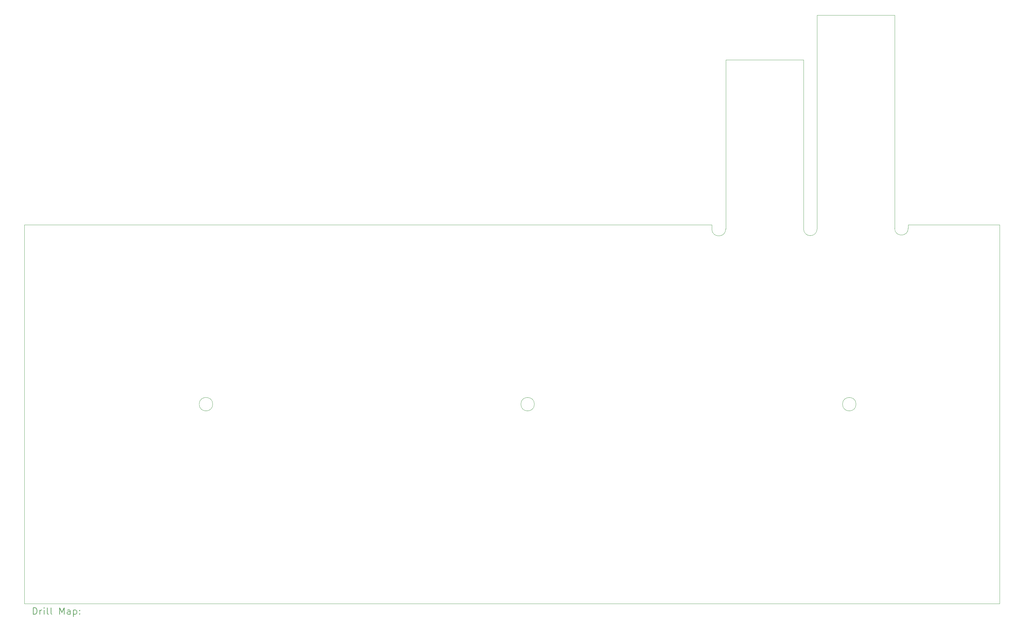
<source format=gbr>
%TF.GenerationSoftware,KiCad,Pcbnew,8.0.4-8.0.4-0~ubuntu22.04.1*%
%TF.CreationDate,2024-08-25T13:27:29+01:00*%
%TF.ProjectId,membrane1,6d656d62-7261-46e6-9531-2e6b69636164,V1.1*%
%TF.SameCoordinates,Original*%
%TF.FileFunction,Drillmap*%
%TF.FilePolarity,Positive*%
%FSLAX45Y45*%
G04 Gerber Fmt 4.5, Leading zero omitted, Abs format (unit mm)*
G04 Created by KiCad (PCBNEW 8.0.4-8.0.4-0~ubuntu22.04.1) date 2024-08-25 13:27:29*
%MOMM*%
%LPD*%
G01*
G04 APERTURE LIST*
%ADD10C,0.050000*%
%ADD11C,0.200000*%
G04 APERTURE END LIST*
D10*
X6800000Y-8700000D02*
X6800000Y-19900000D01*
X6800000Y-19900000D02*
X35600000Y-19900000D01*
X32900000Y-8700000D02*
X35600000Y-8700000D01*
X26100000Y-8700000D02*
X6800000Y-8700000D01*
X27511000Y-8820000D02*
G75*
G02*
X27100000Y-8820000I-205500J0D01*
G01*
X26100000Y-8700000D02*
X26700000Y-8700000D01*
X27100000Y-8700000D02*
X26700000Y-8700000D01*
X27100000Y-8810000D02*
X27100000Y-8820000D01*
X32900000Y-8700000D02*
X32900000Y-8800000D01*
X30209000Y-2499000D02*
X32500000Y-2500000D01*
X30209000Y-8819980D02*
X30209000Y-2499000D01*
X29811000Y-3820000D02*
X27511000Y-3820000D01*
X12360000Y-14000000D02*
G75*
G02*
X11960000Y-14000000I-200000J0D01*
G01*
X11960000Y-14000000D02*
G75*
G02*
X12360000Y-14000000I200000J0D01*
G01*
X30209000Y-8819980D02*
G75*
G02*
X29811000Y-8819980I-199000J-5D01*
G01*
X31360000Y-14000000D02*
G75*
G02*
X30960000Y-14000000I-200000J0D01*
G01*
X30960000Y-14000000D02*
G75*
G02*
X31360000Y-14000000I200000J0D01*
G01*
X32500000Y-2500000D02*
X32500000Y-8800000D01*
X21860000Y-14000000D02*
G75*
G02*
X21460000Y-14000000I-200000J0D01*
G01*
X21460000Y-14000000D02*
G75*
G02*
X21860000Y-14000000I200000J0D01*
G01*
X35600000Y-19900000D02*
X35600000Y-8700000D01*
X29811000Y-3820000D02*
X29811000Y-8819980D01*
X27100000Y-8810000D02*
X27100000Y-8700000D01*
X32900000Y-8800000D02*
G75*
G02*
X32500000Y-8800000I-200000J0D01*
G01*
X27511000Y-8820000D02*
X27511000Y-3820000D01*
D11*
X7058277Y-20213984D02*
X7058277Y-20013984D01*
X7058277Y-20013984D02*
X7105896Y-20013984D01*
X7105896Y-20013984D02*
X7134467Y-20023508D01*
X7134467Y-20023508D02*
X7153515Y-20042555D01*
X7153515Y-20042555D02*
X7163039Y-20061603D01*
X7163039Y-20061603D02*
X7172562Y-20099698D01*
X7172562Y-20099698D02*
X7172562Y-20128270D01*
X7172562Y-20128270D02*
X7163039Y-20166365D01*
X7163039Y-20166365D02*
X7153515Y-20185412D01*
X7153515Y-20185412D02*
X7134467Y-20204460D01*
X7134467Y-20204460D02*
X7105896Y-20213984D01*
X7105896Y-20213984D02*
X7058277Y-20213984D01*
X7258277Y-20213984D02*
X7258277Y-20080650D01*
X7258277Y-20118746D02*
X7267801Y-20099698D01*
X7267801Y-20099698D02*
X7277324Y-20090174D01*
X7277324Y-20090174D02*
X7296372Y-20080650D01*
X7296372Y-20080650D02*
X7315420Y-20080650D01*
X7382086Y-20213984D02*
X7382086Y-20080650D01*
X7382086Y-20013984D02*
X7372562Y-20023508D01*
X7372562Y-20023508D02*
X7382086Y-20033031D01*
X7382086Y-20033031D02*
X7391610Y-20023508D01*
X7391610Y-20023508D02*
X7382086Y-20013984D01*
X7382086Y-20013984D02*
X7382086Y-20033031D01*
X7505896Y-20213984D02*
X7486848Y-20204460D01*
X7486848Y-20204460D02*
X7477324Y-20185412D01*
X7477324Y-20185412D02*
X7477324Y-20013984D01*
X7610658Y-20213984D02*
X7591610Y-20204460D01*
X7591610Y-20204460D02*
X7582086Y-20185412D01*
X7582086Y-20185412D02*
X7582086Y-20013984D01*
X7839229Y-20213984D02*
X7839229Y-20013984D01*
X7839229Y-20013984D02*
X7905896Y-20156841D01*
X7905896Y-20156841D02*
X7972562Y-20013984D01*
X7972562Y-20013984D02*
X7972562Y-20213984D01*
X8153515Y-20213984D02*
X8153515Y-20109222D01*
X8153515Y-20109222D02*
X8143991Y-20090174D01*
X8143991Y-20090174D02*
X8124943Y-20080650D01*
X8124943Y-20080650D02*
X8086848Y-20080650D01*
X8086848Y-20080650D02*
X8067801Y-20090174D01*
X8153515Y-20204460D02*
X8134467Y-20213984D01*
X8134467Y-20213984D02*
X8086848Y-20213984D01*
X8086848Y-20213984D02*
X8067801Y-20204460D01*
X8067801Y-20204460D02*
X8058277Y-20185412D01*
X8058277Y-20185412D02*
X8058277Y-20166365D01*
X8058277Y-20166365D02*
X8067801Y-20147317D01*
X8067801Y-20147317D02*
X8086848Y-20137793D01*
X8086848Y-20137793D02*
X8134467Y-20137793D01*
X8134467Y-20137793D02*
X8153515Y-20128270D01*
X8248753Y-20080650D02*
X8248753Y-20280650D01*
X8248753Y-20090174D02*
X8267801Y-20080650D01*
X8267801Y-20080650D02*
X8305896Y-20080650D01*
X8305896Y-20080650D02*
X8324943Y-20090174D01*
X8324943Y-20090174D02*
X8334467Y-20099698D01*
X8334467Y-20099698D02*
X8343991Y-20118746D01*
X8343991Y-20118746D02*
X8343991Y-20175889D01*
X8343991Y-20175889D02*
X8334467Y-20194936D01*
X8334467Y-20194936D02*
X8324943Y-20204460D01*
X8324943Y-20204460D02*
X8305896Y-20213984D01*
X8305896Y-20213984D02*
X8267801Y-20213984D01*
X8267801Y-20213984D02*
X8248753Y-20204460D01*
X8429705Y-20194936D02*
X8439229Y-20204460D01*
X8439229Y-20204460D02*
X8429705Y-20213984D01*
X8429705Y-20213984D02*
X8420182Y-20204460D01*
X8420182Y-20204460D02*
X8429705Y-20194936D01*
X8429705Y-20194936D02*
X8429705Y-20213984D01*
X8429705Y-20090174D02*
X8439229Y-20099698D01*
X8439229Y-20099698D02*
X8429705Y-20109222D01*
X8429705Y-20109222D02*
X8420182Y-20099698D01*
X8420182Y-20099698D02*
X8429705Y-20090174D01*
X8429705Y-20090174D02*
X8429705Y-20109222D01*
M02*

</source>
